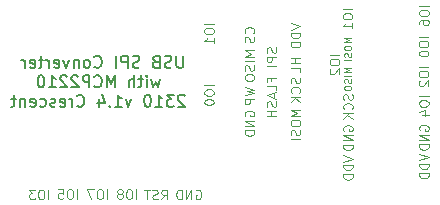
<source format=gbo>
G04 #@! TF.GenerationSoftware,KiCad,Pcbnew,(5.1.2)-1*
G04 #@! TF.CreationDate,2023-10-09T01:29:42+09:00*
G04 #@! TF.ProjectId,usc,7573632e-6b69-4636-9164-5f7063625858,v1.4*
G04 #@! TF.SameCoordinates,Original*
G04 #@! TF.FileFunction,Legend,Bot*
G04 #@! TF.FilePolarity,Positive*
%FSLAX46Y46*%
G04 Gerber Fmt 4.6, Leading zero omitted, Abs format (unit mm)*
G04 Created by KiCad (PCBNEW (5.1.2)-1) date 2023-10-09 01:29:42*
%MOMM*%
%LPD*%
G04 APERTURE LIST*
%ADD10C,0.120000*%
%ADD11C,0.150000*%
%ADD12O,1.702000X1.702000*%
%ADD13R,1.702000X1.702000*%
%ADD14O,1.802000X1.802000*%
%ADD15R,1.802000X1.802000*%
%ADD16C,3.302000*%
%ADD17C,0.752000*%
%ADD18O,2.202000X1.102000*%
%ADD19O,1.702000X1.102000*%
G04 APERTURE END LIST*
D10*
X175249523Y-121390000D02*
X175325714Y-121351904D01*
X175440000Y-121351904D01*
X175554285Y-121390000D01*
X175630476Y-121466190D01*
X175668571Y-121542380D01*
X175706666Y-121694761D01*
X175706666Y-121809047D01*
X175668571Y-121961428D01*
X175630476Y-122037619D01*
X175554285Y-122113809D01*
X175440000Y-122151904D01*
X175363809Y-122151904D01*
X175249523Y-122113809D01*
X175211428Y-122075714D01*
X175211428Y-121809047D01*
X175363809Y-121809047D01*
X174868571Y-122151904D02*
X174868571Y-121351904D01*
X174411428Y-122151904D01*
X174411428Y-121351904D01*
X174030476Y-122151904D02*
X174030476Y-121351904D01*
X173840000Y-121351904D01*
X173725714Y-121390000D01*
X173649523Y-121466190D01*
X173611428Y-121542380D01*
X173573333Y-121694761D01*
X173573333Y-121809047D01*
X173611428Y-121961428D01*
X173649523Y-122037619D01*
X173725714Y-122113809D01*
X173840000Y-122151904D01*
X174030476Y-122151904D01*
X172328095Y-122141904D02*
X172594761Y-121760952D01*
X172785238Y-122141904D02*
X172785238Y-121341904D01*
X172480476Y-121341904D01*
X172404285Y-121380000D01*
X172366190Y-121418095D01*
X172328095Y-121494285D01*
X172328095Y-121608571D01*
X172366190Y-121684761D01*
X172404285Y-121722857D01*
X172480476Y-121760952D01*
X172785238Y-121760952D01*
X172023333Y-122103809D02*
X171909047Y-122141904D01*
X171718571Y-122141904D01*
X171642380Y-122103809D01*
X171604285Y-122065714D01*
X171566190Y-121989523D01*
X171566190Y-121913333D01*
X171604285Y-121837142D01*
X171642380Y-121799047D01*
X171718571Y-121760952D01*
X171870952Y-121722857D01*
X171947142Y-121684761D01*
X171985238Y-121646666D01*
X172023333Y-121570476D01*
X172023333Y-121494285D01*
X171985238Y-121418095D01*
X171947142Y-121380000D01*
X171870952Y-121341904D01*
X171680476Y-121341904D01*
X171566190Y-121380000D01*
X171337619Y-121341904D02*
X170880476Y-121341904D01*
X171109047Y-122141904D02*
X171109047Y-121341904D01*
X170210000Y-122111904D02*
X170210000Y-121311904D01*
X169676666Y-121311904D02*
X169524285Y-121311904D01*
X169448095Y-121350000D01*
X169371904Y-121426190D01*
X169333809Y-121578571D01*
X169333809Y-121845238D01*
X169371904Y-121997619D01*
X169448095Y-122073809D01*
X169524285Y-122111904D01*
X169676666Y-122111904D01*
X169752857Y-122073809D01*
X169829047Y-121997619D01*
X169867142Y-121845238D01*
X169867142Y-121578571D01*
X169829047Y-121426190D01*
X169752857Y-121350000D01*
X169676666Y-121311904D01*
X168876666Y-121654761D02*
X168952857Y-121616666D01*
X168990952Y-121578571D01*
X169029047Y-121502380D01*
X169029047Y-121464285D01*
X168990952Y-121388095D01*
X168952857Y-121350000D01*
X168876666Y-121311904D01*
X168724285Y-121311904D01*
X168648095Y-121350000D01*
X168610000Y-121388095D01*
X168571904Y-121464285D01*
X168571904Y-121502380D01*
X168610000Y-121578571D01*
X168648095Y-121616666D01*
X168724285Y-121654761D01*
X168876666Y-121654761D01*
X168952857Y-121692857D01*
X168990952Y-121730952D01*
X169029047Y-121807142D01*
X169029047Y-121959523D01*
X168990952Y-122035714D01*
X168952857Y-122073809D01*
X168876666Y-122111904D01*
X168724285Y-122111904D01*
X168648095Y-122073809D01*
X168610000Y-122035714D01*
X168571904Y-121959523D01*
X168571904Y-121807142D01*
X168610000Y-121730952D01*
X168648095Y-121692857D01*
X168724285Y-121654761D01*
X167730000Y-122111904D02*
X167730000Y-121311904D01*
X167196666Y-121311904D02*
X167044285Y-121311904D01*
X166968095Y-121350000D01*
X166891904Y-121426190D01*
X166853809Y-121578571D01*
X166853809Y-121845238D01*
X166891904Y-121997619D01*
X166968095Y-122073809D01*
X167044285Y-122111904D01*
X167196666Y-122111904D01*
X167272857Y-122073809D01*
X167349047Y-121997619D01*
X167387142Y-121845238D01*
X167387142Y-121578571D01*
X167349047Y-121426190D01*
X167272857Y-121350000D01*
X167196666Y-121311904D01*
X166587142Y-121311904D02*
X166053809Y-121311904D01*
X166396666Y-122111904D01*
X165200000Y-122101904D02*
X165200000Y-121301904D01*
X164666666Y-121301904D02*
X164514285Y-121301904D01*
X164438095Y-121340000D01*
X164361904Y-121416190D01*
X164323809Y-121568571D01*
X164323809Y-121835238D01*
X164361904Y-121987619D01*
X164438095Y-122063809D01*
X164514285Y-122101904D01*
X164666666Y-122101904D01*
X164742857Y-122063809D01*
X164819047Y-121987619D01*
X164857142Y-121835238D01*
X164857142Y-121568571D01*
X164819047Y-121416190D01*
X164742857Y-121340000D01*
X164666666Y-121301904D01*
X163600000Y-121301904D02*
X163980952Y-121301904D01*
X164019047Y-121682857D01*
X163980952Y-121644761D01*
X163904761Y-121606666D01*
X163714285Y-121606666D01*
X163638095Y-121644761D01*
X163600000Y-121682857D01*
X163561904Y-121759047D01*
X163561904Y-121949523D01*
X163600000Y-122025714D01*
X163638095Y-122063809D01*
X163714285Y-122101904D01*
X163904761Y-122101904D01*
X163980952Y-122063809D01*
X164019047Y-122025714D01*
X162760000Y-122131904D02*
X162760000Y-121331904D01*
X162226666Y-121331904D02*
X162074285Y-121331904D01*
X161998095Y-121370000D01*
X161921904Y-121446190D01*
X161883809Y-121598571D01*
X161883809Y-121865238D01*
X161921904Y-122017619D01*
X161998095Y-122093809D01*
X162074285Y-122131904D01*
X162226666Y-122131904D01*
X162302857Y-122093809D01*
X162379047Y-122017619D01*
X162417142Y-121865238D01*
X162417142Y-121598571D01*
X162379047Y-121446190D01*
X162302857Y-121370000D01*
X162226666Y-121331904D01*
X161617142Y-121331904D02*
X161121904Y-121331904D01*
X161388571Y-121636666D01*
X161274285Y-121636666D01*
X161198095Y-121674761D01*
X161160000Y-121712857D01*
X161121904Y-121789047D01*
X161121904Y-121979523D01*
X161160000Y-122055714D01*
X161198095Y-122093809D01*
X161274285Y-122131904D01*
X161502857Y-122131904D01*
X161579047Y-122093809D01*
X161617142Y-122055714D01*
X194951904Y-105750000D02*
X194151904Y-105750000D01*
X194151904Y-106283333D02*
X194151904Y-106435714D01*
X194190000Y-106511904D01*
X194266190Y-106588095D01*
X194418571Y-106626190D01*
X194685238Y-106626190D01*
X194837619Y-106588095D01*
X194913809Y-106511904D01*
X194951904Y-106435714D01*
X194951904Y-106283333D01*
X194913809Y-106207142D01*
X194837619Y-106130952D01*
X194685238Y-106092857D01*
X194418571Y-106092857D01*
X194266190Y-106130952D01*
X194190000Y-106207142D01*
X194151904Y-106283333D01*
X194151904Y-107311904D02*
X194151904Y-107159523D01*
X194190000Y-107083333D01*
X194228095Y-107045238D01*
X194342380Y-106969047D01*
X194494761Y-106930952D01*
X194799523Y-106930952D01*
X194875714Y-106969047D01*
X194913809Y-107007142D01*
X194951904Y-107083333D01*
X194951904Y-107235714D01*
X194913809Y-107311904D01*
X194875714Y-107350000D01*
X194799523Y-107388095D01*
X194609047Y-107388095D01*
X194532857Y-107350000D01*
X194494761Y-107311904D01*
X194456666Y-107235714D01*
X194456666Y-107083333D01*
X194494761Y-107007142D01*
X194532857Y-106969047D01*
X194609047Y-106930952D01*
X194931904Y-108400000D02*
X194131904Y-108400000D01*
X194131904Y-108933333D02*
X194131904Y-109085714D01*
X194170000Y-109161904D01*
X194246190Y-109238095D01*
X194398571Y-109276190D01*
X194665238Y-109276190D01*
X194817619Y-109238095D01*
X194893809Y-109161904D01*
X194931904Y-109085714D01*
X194931904Y-108933333D01*
X194893809Y-108857142D01*
X194817619Y-108780952D01*
X194665238Y-108742857D01*
X194398571Y-108742857D01*
X194246190Y-108780952D01*
X194170000Y-108857142D01*
X194131904Y-108933333D01*
X194131904Y-109771428D02*
X194131904Y-109847619D01*
X194170000Y-109923809D01*
X194208095Y-109961904D01*
X194284285Y-110000000D01*
X194436666Y-110038095D01*
X194627142Y-110038095D01*
X194779523Y-110000000D01*
X194855714Y-109961904D01*
X194893809Y-109923809D01*
X194931904Y-109847619D01*
X194931904Y-109771428D01*
X194893809Y-109695238D01*
X194855714Y-109657142D01*
X194779523Y-109619047D01*
X194627142Y-109580952D01*
X194436666Y-109580952D01*
X194284285Y-109619047D01*
X194208095Y-109657142D01*
X194170000Y-109695238D01*
X194131904Y-109771428D01*
X194921904Y-110920000D02*
X194121904Y-110920000D01*
X194121904Y-111453333D02*
X194121904Y-111605714D01*
X194160000Y-111681904D01*
X194236190Y-111758095D01*
X194388571Y-111796190D01*
X194655238Y-111796190D01*
X194807619Y-111758095D01*
X194883809Y-111681904D01*
X194921904Y-111605714D01*
X194921904Y-111453333D01*
X194883809Y-111377142D01*
X194807619Y-111300952D01*
X194655238Y-111262857D01*
X194388571Y-111262857D01*
X194236190Y-111300952D01*
X194160000Y-111377142D01*
X194121904Y-111453333D01*
X194198095Y-112100952D02*
X194160000Y-112139047D01*
X194121904Y-112215238D01*
X194121904Y-112405714D01*
X194160000Y-112481904D01*
X194198095Y-112520000D01*
X194274285Y-112558095D01*
X194350476Y-112558095D01*
X194464761Y-112520000D01*
X194921904Y-112062857D01*
X194921904Y-112558095D01*
X194941904Y-113410000D02*
X194141904Y-113410000D01*
X194141904Y-113943333D02*
X194141904Y-114095714D01*
X194180000Y-114171904D01*
X194256190Y-114248095D01*
X194408571Y-114286190D01*
X194675238Y-114286190D01*
X194827619Y-114248095D01*
X194903809Y-114171904D01*
X194941904Y-114095714D01*
X194941904Y-113943333D01*
X194903809Y-113867142D01*
X194827619Y-113790952D01*
X194675238Y-113752857D01*
X194408571Y-113752857D01*
X194256190Y-113790952D01*
X194180000Y-113867142D01*
X194141904Y-113943333D01*
X194408571Y-114971904D02*
X194941904Y-114971904D01*
X194103809Y-114781428D02*
X194675238Y-114590952D01*
X194675238Y-115086190D01*
X194180000Y-116280476D02*
X194141904Y-116204285D01*
X194141904Y-116090000D01*
X194180000Y-115975714D01*
X194256190Y-115899523D01*
X194332380Y-115861428D01*
X194484761Y-115823333D01*
X194599047Y-115823333D01*
X194751428Y-115861428D01*
X194827619Y-115899523D01*
X194903809Y-115975714D01*
X194941904Y-116090000D01*
X194941904Y-116166190D01*
X194903809Y-116280476D01*
X194865714Y-116318571D01*
X194599047Y-116318571D01*
X194599047Y-116166190D01*
X194941904Y-116661428D02*
X194141904Y-116661428D01*
X194941904Y-117118571D01*
X194141904Y-117118571D01*
X194941904Y-117499523D02*
X194141904Y-117499523D01*
X194141904Y-117690000D01*
X194180000Y-117804285D01*
X194256190Y-117880476D01*
X194332380Y-117918571D01*
X194484761Y-117956666D01*
X194599047Y-117956666D01*
X194751428Y-117918571D01*
X194827619Y-117880476D01*
X194903809Y-117804285D01*
X194941904Y-117690000D01*
X194941904Y-117499523D01*
X194161904Y-118323333D02*
X194961904Y-118590000D01*
X194161904Y-118856666D01*
X194961904Y-119123333D02*
X194161904Y-119123333D01*
X194161904Y-119313809D01*
X194200000Y-119428095D01*
X194276190Y-119504285D01*
X194352380Y-119542380D01*
X194504761Y-119580476D01*
X194619047Y-119580476D01*
X194771428Y-119542380D01*
X194847619Y-119504285D01*
X194923809Y-119428095D01*
X194961904Y-119313809D01*
X194961904Y-119123333D01*
X194961904Y-119923333D02*
X194161904Y-119923333D01*
X194161904Y-120113809D01*
X194200000Y-120228095D01*
X194276190Y-120304285D01*
X194352380Y-120342380D01*
X194504761Y-120380476D01*
X194619047Y-120380476D01*
X194771428Y-120342380D01*
X194847619Y-120304285D01*
X194923809Y-120228095D01*
X194961904Y-120113809D01*
X194961904Y-119923333D01*
X187721904Y-118423333D02*
X188521904Y-118690000D01*
X187721904Y-118956666D01*
X188521904Y-119223333D02*
X187721904Y-119223333D01*
X187721904Y-119413809D01*
X187760000Y-119528095D01*
X187836190Y-119604285D01*
X187912380Y-119642380D01*
X188064761Y-119680476D01*
X188179047Y-119680476D01*
X188331428Y-119642380D01*
X188407619Y-119604285D01*
X188483809Y-119528095D01*
X188521904Y-119413809D01*
X188521904Y-119223333D01*
X188521904Y-120023333D02*
X187721904Y-120023333D01*
X187721904Y-120213809D01*
X187760000Y-120328095D01*
X187836190Y-120404285D01*
X187912380Y-120442380D01*
X188064761Y-120480476D01*
X188179047Y-120480476D01*
X188331428Y-120442380D01*
X188407619Y-120404285D01*
X188483809Y-120328095D01*
X188521904Y-120213809D01*
X188521904Y-120023333D01*
X187760000Y-116320476D02*
X187721904Y-116244285D01*
X187721904Y-116130000D01*
X187760000Y-116015714D01*
X187836190Y-115939523D01*
X187912380Y-115901428D01*
X188064761Y-115863333D01*
X188179047Y-115863333D01*
X188331428Y-115901428D01*
X188407619Y-115939523D01*
X188483809Y-116015714D01*
X188521904Y-116130000D01*
X188521904Y-116206190D01*
X188483809Y-116320476D01*
X188445714Y-116358571D01*
X188179047Y-116358571D01*
X188179047Y-116206190D01*
X188521904Y-116701428D02*
X187721904Y-116701428D01*
X188521904Y-117158571D01*
X187721904Y-117158571D01*
X188521904Y-117539523D02*
X187721904Y-117539523D01*
X187721904Y-117730000D01*
X187760000Y-117844285D01*
X187836190Y-117920476D01*
X187912380Y-117958571D01*
X188064761Y-117996666D01*
X188179047Y-117996666D01*
X188331428Y-117958571D01*
X188407619Y-117920476D01*
X188483809Y-117844285D01*
X188521904Y-117730000D01*
X188521904Y-117539523D01*
X188483809Y-113251428D02*
X188521904Y-113365714D01*
X188521904Y-113556190D01*
X188483809Y-113632380D01*
X188445714Y-113670476D01*
X188369523Y-113708571D01*
X188293333Y-113708571D01*
X188217142Y-113670476D01*
X188179047Y-113632380D01*
X188140952Y-113556190D01*
X188102857Y-113403809D01*
X188064761Y-113327619D01*
X188026666Y-113289523D01*
X187950476Y-113251428D01*
X187874285Y-113251428D01*
X187798095Y-113289523D01*
X187760000Y-113327619D01*
X187721904Y-113403809D01*
X187721904Y-113594285D01*
X187760000Y-113708571D01*
X188445714Y-114508571D02*
X188483809Y-114470476D01*
X188521904Y-114356190D01*
X188521904Y-114280000D01*
X188483809Y-114165714D01*
X188407619Y-114089523D01*
X188331428Y-114051428D01*
X188179047Y-114013333D01*
X188064761Y-114013333D01*
X187912380Y-114051428D01*
X187836190Y-114089523D01*
X187760000Y-114165714D01*
X187721904Y-114280000D01*
X187721904Y-114356190D01*
X187760000Y-114470476D01*
X187798095Y-114508571D01*
X188521904Y-114851428D02*
X187721904Y-114851428D01*
X188521904Y-115308571D02*
X188064761Y-114965714D01*
X187721904Y-115308571D02*
X188179047Y-114851428D01*
X188411428Y-110997142D02*
X187811428Y-110997142D01*
X188240000Y-111197142D01*
X187811428Y-111397142D01*
X188411428Y-111397142D01*
X188411428Y-111682857D02*
X187811428Y-111682857D01*
X188382857Y-111940000D02*
X188411428Y-112025714D01*
X188411428Y-112168571D01*
X188382857Y-112225714D01*
X188354285Y-112254285D01*
X188297142Y-112282857D01*
X188240000Y-112282857D01*
X188182857Y-112254285D01*
X188154285Y-112225714D01*
X188125714Y-112168571D01*
X188097142Y-112054285D01*
X188068571Y-111997142D01*
X188040000Y-111968571D01*
X187982857Y-111940000D01*
X187925714Y-111940000D01*
X187868571Y-111968571D01*
X187840000Y-111997142D01*
X187811428Y-112054285D01*
X187811428Y-112197142D01*
X187840000Y-112282857D01*
X187811428Y-112654285D02*
X187811428Y-112768571D01*
X187840000Y-112825714D01*
X187897142Y-112882857D01*
X188011428Y-112911428D01*
X188211428Y-112911428D01*
X188325714Y-112882857D01*
X188382857Y-112825714D01*
X188411428Y-112768571D01*
X188411428Y-112654285D01*
X188382857Y-112597142D01*
X188325714Y-112540000D01*
X188211428Y-112511428D01*
X188011428Y-112511428D01*
X187897142Y-112540000D01*
X187840000Y-112597142D01*
X187811428Y-112654285D01*
X188411428Y-108467142D02*
X187811428Y-108467142D01*
X188240000Y-108667142D01*
X187811428Y-108867142D01*
X188411428Y-108867142D01*
X187811428Y-109267142D02*
X187811428Y-109381428D01*
X187840000Y-109438571D01*
X187897142Y-109495714D01*
X188011428Y-109524285D01*
X188211428Y-109524285D01*
X188325714Y-109495714D01*
X188382857Y-109438571D01*
X188411428Y-109381428D01*
X188411428Y-109267142D01*
X188382857Y-109210000D01*
X188325714Y-109152857D01*
X188211428Y-109124285D01*
X188011428Y-109124285D01*
X187897142Y-109152857D01*
X187840000Y-109210000D01*
X187811428Y-109267142D01*
X188382857Y-109752857D02*
X188411428Y-109838571D01*
X188411428Y-109981428D01*
X188382857Y-110038571D01*
X188354285Y-110067142D01*
X188297142Y-110095714D01*
X188240000Y-110095714D01*
X188182857Y-110067142D01*
X188154285Y-110038571D01*
X188125714Y-109981428D01*
X188097142Y-109867142D01*
X188068571Y-109810000D01*
X188040000Y-109781428D01*
X187982857Y-109752857D01*
X187925714Y-109752857D01*
X187868571Y-109781428D01*
X187840000Y-109810000D01*
X187811428Y-109867142D01*
X187811428Y-110010000D01*
X187840000Y-110095714D01*
X188411428Y-110352857D02*
X187811428Y-110352857D01*
X188481904Y-106040000D02*
X187681904Y-106040000D01*
X187681904Y-106573333D02*
X187681904Y-106725714D01*
X187720000Y-106801904D01*
X187796190Y-106878095D01*
X187948571Y-106916190D01*
X188215238Y-106916190D01*
X188367619Y-106878095D01*
X188443809Y-106801904D01*
X188481904Y-106725714D01*
X188481904Y-106573333D01*
X188443809Y-106497142D01*
X188367619Y-106420952D01*
X188215238Y-106382857D01*
X187948571Y-106382857D01*
X187796190Y-106420952D01*
X187720000Y-106497142D01*
X187681904Y-106573333D01*
X188481904Y-107678095D02*
X188481904Y-107220952D01*
X188481904Y-107449523D02*
X187681904Y-107449523D01*
X187796190Y-107373333D01*
X187872380Y-107297142D01*
X187910476Y-107220952D01*
X187361904Y-109900000D02*
X186561904Y-109900000D01*
X186561904Y-110433333D02*
X186561904Y-110585714D01*
X186600000Y-110661904D01*
X186676190Y-110738095D01*
X186828571Y-110776190D01*
X187095238Y-110776190D01*
X187247619Y-110738095D01*
X187323809Y-110661904D01*
X187361904Y-110585714D01*
X187361904Y-110433333D01*
X187323809Y-110357142D01*
X187247619Y-110280952D01*
X187095238Y-110242857D01*
X186828571Y-110242857D01*
X186676190Y-110280952D01*
X186600000Y-110357142D01*
X186561904Y-110433333D01*
X186638095Y-111080952D02*
X186600000Y-111119047D01*
X186561904Y-111195238D01*
X186561904Y-111385714D01*
X186600000Y-111461904D01*
X186638095Y-111500000D01*
X186714285Y-111538095D01*
X186790476Y-111538095D01*
X186904761Y-111500000D01*
X187361904Y-111042857D01*
X187361904Y-111538095D01*
X183261904Y-107233333D02*
X184061904Y-107500000D01*
X183261904Y-107766666D01*
X184061904Y-108033333D02*
X183261904Y-108033333D01*
X183261904Y-108223809D01*
X183300000Y-108338095D01*
X183376190Y-108414285D01*
X183452380Y-108452380D01*
X183604761Y-108490476D01*
X183719047Y-108490476D01*
X183871428Y-108452380D01*
X183947619Y-108414285D01*
X184023809Y-108338095D01*
X184061904Y-108223809D01*
X184061904Y-108033333D01*
X184061904Y-108833333D02*
X183261904Y-108833333D01*
X183261904Y-109023809D01*
X183300000Y-109138095D01*
X183376190Y-109214285D01*
X183452380Y-109252380D01*
X183604761Y-109290476D01*
X183719047Y-109290476D01*
X183871428Y-109252380D01*
X183947619Y-109214285D01*
X184023809Y-109138095D01*
X184061904Y-109023809D01*
X184061904Y-108833333D01*
X184061904Y-110147619D02*
X183261904Y-110147619D01*
X183642857Y-110147619D02*
X183642857Y-110604761D01*
X184061904Y-110604761D02*
X183261904Y-110604761D01*
X184061904Y-111366666D02*
X184061904Y-110985714D01*
X183261904Y-110985714D01*
X184023809Y-111871428D02*
X184061904Y-111985714D01*
X184061904Y-112176190D01*
X184023809Y-112252380D01*
X183985714Y-112290476D01*
X183909523Y-112328571D01*
X183833333Y-112328571D01*
X183757142Y-112290476D01*
X183719047Y-112252380D01*
X183680952Y-112176190D01*
X183642857Y-112023809D01*
X183604761Y-111947619D01*
X183566666Y-111909523D01*
X183490476Y-111871428D01*
X183414285Y-111871428D01*
X183338095Y-111909523D01*
X183300000Y-111947619D01*
X183261904Y-112023809D01*
X183261904Y-112214285D01*
X183300000Y-112328571D01*
X183985714Y-113128571D02*
X184023809Y-113090476D01*
X184061904Y-112976190D01*
X184061904Y-112900000D01*
X184023809Y-112785714D01*
X183947619Y-112709523D01*
X183871428Y-112671428D01*
X183719047Y-112633333D01*
X183604761Y-112633333D01*
X183452380Y-112671428D01*
X183376190Y-112709523D01*
X183300000Y-112785714D01*
X183261904Y-112900000D01*
X183261904Y-112976190D01*
X183300000Y-113090476D01*
X183338095Y-113128571D01*
X184061904Y-113471428D02*
X183261904Y-113471428D01*
X184061904Y-113928571D02*
X183604761Y-113585714D01*
X183261904Y-113928571D02*
X183719047Y-113471428D01*
X184061904Y-114542857D02*
X183261904Y-114542857D01*
X183833333Y-114809523D01*
X183261904Y-115076190D01*
X184061904Y-115076190D01*
X183261904Y-115609523D02*
X183261904Y-115761904D01*
X183300000Y-115838095D01*
X183376190Y-115914285D01*
X183528571Y-115952380D01*
X183795238Y-115952380D01*
X183947619Y-115914285D01*
X184023809Y-115838095D01*
X184061904Y-115761904D01*
X184061904Y-115609523D01*
X184023809Y-115533333D01*
X183947619Y-115457142D01*
X183795238Y-115419047D01*
X183528571Y-115419047D01*
X183376190Y-115457142D01*
X183300000Y-115533333D01*
X183261904Y-115609523D01*
X184023809Y-116257142D02*
X184061904Y-116371428D01*
X184061904Y-116561904D01*
X184023809Y-116638095D01*
X183985714Y-116676190D01*
X183909523Y-116714285D01*
X183833333Y-116714285D01*
X183757142Y-116676190D01*
X183719047Y-116638095D01*
X183680952Y-116561904D01*
X183642857Y-116409523D01*
X183604761Y-116333333D01*
X183566666Y-116295238D01*
X183490476Y-116257142D01*
X183414285Y-116257142D01*
X183338095Y-116295238D01*
X183300000Y-116333333D01*
X183261904Y-116409523D01*
X183261904Y-116600000D01*
X183300000Y-116714285D01*
X184061904Y-117057142D02*
X183261904Y-117057142D01*
X179400000Y-115090476D02*
X179361904Y-115014285D01*
X179361904Y-114900000D01*
X179400000Y-114785714D01*
X179476190Y-114709523D01*
X179552380Y-114671428D01*
X179704761Y-114633333D01*
X179819047Y-114633333D01*
X179971428Y-114671428D01*
X180047619Y-114709523D01*
X180123809Y-114785714D01*
X180161904Y-114900000D01*
X180161904Y-114976190D01*
X180123809Y-115090476D01*
X180085714Y-115128571D01*
X179819047Y-115128571D01*
X179819047Y-114976190D01*
X180161904Y-115471428D02*
X179361904Y-115471428D01*
X180161904Y-115928571D01*
X179361904Y-115928571D01*
X180161904Y-116309523D02*
X179361904Y-116309523D01*
X179361904Y-116500000D01*
X179400000Y-116614285D01*
X179476190Y-116690476D01*
X179552380Y-116728571D01*
X179704761Y-116766666D01*
X179819047Y-116766666D01*
X179971428Y-116728571D01*
X180047619Y-116690476D01*
X180123809Y-116614285D01*
X180161904Y-116500000D01*
X180161904Y-116309523D01*
X179361904Y-112657142D02*
X180161904Y-112847619D01*
X179590476Y-113000000D01*
X180161904Y-113152380D01*
X179361904Y-113342857D01*
X180161904Y-113647619D02*
X179361904Y-113647619D01*
X179361904Y-113952380D01*
X179400000Y-114028571D01*
X179438095Y-114066666D01*
X179514285Y-114104761D01*
X179628571Y-114104761D01*
X179704761Y-114066666D01*
X179742857Y-114028571D01*
X179780952Y-113952380D01*
X179780952Y-113647619D01*
X176761904Y-112500000D02*
X175961904Y-112500000D01*
X175961904Y-113033333D02*
X175961904Y-113185714D01*
X176000000Y-113261904D01*
X176076190Y-113338095D01*
X176228571Y-113376190D01*
X176495238Y-113376190D01*
X176647619Y-113338095D01*
X176723809Y-113261904D01*
X176761904Y-113185714D01*
X176761904Y-113033333D01*
X176723809Y-112957142D01*
X176647619Y-112880952D01*
X176495238Y-112842857D01*
X176228571Y-112842857D01*
X176076190Y-112880952D01*
X176000000Y-112957142D01*
X175961904Y-113033333D01*
X175961904Y-113871428D02*
X175961904Y-113947619D01*
X176000000Y-114023809D01*
X176038095Y-114061904D01*
X176114285Y-114100000D01*
X176266666Y-114138095D01*
X176457142Y-114138095D01*
X176609523Y-114100000D01*
X176685714Y-114061904D01*
X176723809Y-114023809D01*
X176761904Y-113947619D01*
X176761904Y-113871428D01*
X176723809Y-113795238D01*
X176685714Y-113757142D01*
X176609523Y-113719047D01*
X176457142Y-113680952D01*
X176266666Y-113680952D01*
X176114285Y-113719047D01*
X176038095Y-113757142D01*
X176000000Y-113795238D01*
X175961904Y-113871428D01*
X176761904Y-107300000D02*
X175961904Y-107300000D01*
X175961904Y-107833333D02*
X175961904Y-107985714D01*
X176000000Y-108061904D01*
X176076190Y-108138095D01*
X176228571Y-108176190D01*
X176495238Y-108176190D01*
X176647619Y-108138095D01*
X176723809Y-108061904D01*
X176761904Y-107985714D01*
X176761904Y-107833333D01*
X176723809Y-107757142D01*
X176647619Y-107680952D01*
X176495238Y-107642857D01*
X176228571Y-107642857D01*
X176076190Y-107680952D01*
X176000000Y-107757142D01*
X175961904Y-107833333D01*
X176761904Y-108938095D02*
X176761904Y-108480952D01*
X176761904Y-108709523D02*
X175961904Y-108709523D01*
X176076190Y-108633333D01*
X176152380Y-108557142D01*
X176190476Y-108480952D01*
X180161904Y-109542857D02*
X179361904Y-109542857D01*
X179933333Y-109809523D01*
X179361904Y-110076190D01*
X180161904Y-110076190D01*
X180161904Y-110457142D02*
X179361904Y-110457142D01*
X180123809Y-110800000D02*
X180161904Y-110914285D01*
X180161904Y-111104761D01*
X180123809Y-111180952D01*
X180085714Y-111219047D01*
X180009523Y-111257142D01*
X179933333Y-111257142D01*
X179857142Y-111219047D01*
X179819047Y-111180952D01*
X179780952Y-111104761D01*
X179742857Y-110952380D01*
X179704761Y-110876190D01*
X179666666Y-110838095D01*
X179590476Y-110800000D01*
X179514285Y-110800000D01*
X179438095Y-110838095D01*
X179400000Y-110876190D01*
X179361904Y-110952380D01*
X179361904Y-111142857D01*
X179400000Y-111257142D01*
X179361904Y-111752380D02*
X179361904Y-111904761D01*
X179400000Y-111980952D01*
X179476190Y-112057142D01*
X179628571Y-112095238D01*
X179895238Y-112095238D01*
X180047619Y-112057142D01*
X180123809Y-111980952D01*
X180161904Y-111904761D01*
X180161904Y-111752380D01*
X180123809Y-111676190D01*
X180047619Y-111600000D01*
X179895238Y-111561904D01*
X179628571Y-111561904D01*
X179476190Y-111600000D01*
X179400000Y-111676190D01*
X179361904Y-111752380D01*
X180085714Y-108066666D02*
X180123809Y-108028571D01*
X180161904Y-107914285D01*
X180161904Y-107838095D01*
X180123809Y-107723809D01*
X180047619Y-107647619D01*
X179971428Y-107609523D01*
X179819047Y-107571428D01*
X179704761Y-107571428D01*
X179552380Y-107609523D01*
X179476190Y-107647619D01*
X179400000Y-107723809D01*
X179361904Y-107838095D01*
X179361904Y-107914285D01*
X179400000Y-108028571D01*
X179438095Y-108066666D01*
X180123809Y-108371428D02*
X180161904Y-108485714D01*
X180161904Y-108676190D01*
X180123809Y-108752380D01*
X180085714Y-108790476D01*
X180009523Y-108828571D01*
X179933333Y-108828571D01*
X179857142Y-108790476D01*
X179819047Y-108752380D01*
X179780952Y-108676190D01*
X179742857Y-108523809D01*
X179704761Y-108447619D01*
X179666666Y-108409523D01*
X179590476Y-108371428D01*
X179514285Y-108371428D01*
X179438095Y-108409523D01*
X179400000Y-108447619D01*
X179361904Y-108523809D01*
X179361904Y-108714285D01*
X179400000Y-108828571D01*
X182023809Y-109266666D02*
X182061904Y-109380952D01*
X182061904Y-109571428D01*
X182023809Y-109647619D01*
X181985714Y-109685714D01*
X181909523Y-109723809D01*
X181833333Y-109723809D01*
X181757142Y-109685714D01*
X181719047Y-109647619D01*
X181680952Y-109571428D01*
X181642857Y-109419047D01*
X181604761Y-109342857D01*
X181566666Y-109304761D01*
X181490476Y-109266666D01*
X181414285Y-109266666D01*
X181338095Y-109304761D01*
X181300000Y-109342857D01*
X181261904Y-109419047D01*
X181261904Y-109609523D01*
X181300000Y-109723809D01*
X182061904Y-110066666D02*
X181261904Y-110066666D01*
X181261904Y-110371428D01*
X181300000Y-110447619D01*
X181338095Y-110485714D01*
X181414285Y-110523809D01*
X181528571Y-110523809D01*
X181604761Y-110485714D01*
X181642857Y-110447619D01*
X181680952Y-110371428D01*
X181680952Y-110066666D01*
X182061904Y-110866666D02*
X181261904Y-110866666D01*
X181642857Y-112123809D02*
X181642857Y-111857142D01*
X182061904Y-111857142D02*
X181261904Y-111857142D01*
X181261904Y-112238095D01*
X182061904Y-112923809D02*
X182061904Y-112542857D01*
X181261904Y-112542857D01*
X181833333Y-113152380D02*
X181833333Y-113533333D01*
X182061904Y-113076190D02*
X181261904Y-113342857D01*
X182061904Y-113609523D01*
X182023809Y-113838095D02*
X182061904Y-113952380D01*
X182061904Y-114142857D01*
X182023809Y-114219047D01*
X181985714Y-114257142D01*
X181909523Y-114295238D01*
X181833333Y-114295238D01*
X181757142Y-114257142D01*
X181719047Y-114219047D01*
X181680952Y-114142857D01*
X181642857Y-113990476D01*
X181604761Y-113914285D01*
X181566666Y-113876190D01*
X181490476Y-113838095D01*
X181414285Y-113838095D01*
X181338095Y-113876190D01*
X181300000Y-113914285D01*
X181261904Y-113990476D01*
X181261904Y-114180952D01*
X181300000Y-114295238D01*
X182061904Y-114638095D02*
X181261904Y-114638095D01*
X181642857Y-114638095D02*
X181642857Y-115095238D01*
X182061904Y-115095238D02*
X181261904Y-115095238D01*
D11*
X174166666Y-110002380D02*
X174166666Y-110811904D01*
X174119047Y-110907142D01*
X174071428Y-110954761D01*
X173976190Y-111002380D01*
X173785714Y-111002380D01*
X173690476Y-110954761D01*
X173642857Y-110907142D01*
X173595238Y-110811904D01*
X173595238Y-110002380D01*
X173166666Y-110954761D02*
X173023809Y-111002380D01*
X172785714Y-111002380D01*
X172690476Y-110954761D01*
X172642857Y-110907142D01*
X172595238Y-110811904D01*
X172595238Y-110716666D01*
X172642857Y-110621428D01*
X172690476Y-110573809D01*
X172785714Y-110526190D01*
X172976190Y-110478571D01*
X173071428Y-110430952D01*
X173119047Y-110383333D01*
X173166666Y-110288095D01*
X173166666Y-110192857D01*
X173119047Y-110097619D01*
X173071428Y-110050000D01*
X172976190Y-110002380D01*
X172738095Y-110002380D01*
X172595238Y-110050000D01*
X171833333Y-110478571D02*
X171690476Y-110526190D01*
X171642857Y-110573809D01*
X171595238Y-110669047D01*
X171595238Y-110811904D01*
X171642857Y-110907142D01*
X171690476Y-110954761D01*
X171785714Y-111002380D01*
X172166666Y-111002380D01*
X172166666Y-110002380D01*
X171833333Y-110002380D01*
X171738095Y-110050000D01*
X171690476Y-110097619D01*
X171642857Y-110192857D01*
X171642857Y-110288095D01*
X171690476Y-110383333D01*
X171738095Y-110430952D01*
X171833333Y-110478571D01*
X172166666Y-110478571D01*
X170452380Y-110954761D02*
X170309523Y-111002380D01*
X170071428Y-111002380D01*
X169976190Y-110954761D01*
X169928571Y-110907142D01*
X169880952Y-110811904D01*
X169880952Y-110716666D01*
X169928571Y-110621428D01*
X169976190Y-110573809D01*
X170071428Y-110526190D01*
X170261904Y-110478571D01*
X170357142Y-110430952D01*
X170404761Y-110383333D01*
X170452380Y-110288095D01*
X170452380Y-110192857D01*
X170404761Y-110097619D01*
X170357142Y-110050000D01*
X170261904Y-110002380D01*
X170023809Y-110002380D01*
X169880952Y-110050000D01*
X169452380Y-111002380D02*
X169452380Y-110002380D01*
X169071428Y-110002380D01*
X168976190Y-110050000D01*
X168928571Y-110097619D01*
X168880952Y-110192857D01*
X168880952Y-110335714D01*
X168928571Y-110430952D01*
X168976190Y-110478571D01*
X169071428Y-110526190D01*
X169452380Y-110526190D01*
X168452380Y-111002380D02*
X168452380Y-110002380D01*
X166642857Y-110907142D02*
X166690476Y-110954761D01*
X166833333Y-111002380D01*
X166928571Y-111002380D01*
X167071428Y-110954761D01*
X167166666Y-110859523D01*
X167214285Y-110764285D01*
X167261904Y-110573809D01*
X167261904Y-110430952D01*
X167214285Y-110240476D01*
X167166666Y-110145238D01*
X167071428Y-110050000D01*
X166928571Y-110002380D01*
X166833333Y-110002380D01*
X166690476Y-110050000D01*
X166642857Y-110097619D01*
X166071428Y-111002380D02*
X166166666Y-110954761D01*
X166214285Y-110907142D01*
X166261904Y-110811904D01*
X166261904Y-110526190D01*
X166214285Y-110430952D01*
X166166666Y-110383333D01*
X166071428Y-110335714D01*
X165928571Y-110335714D01*
X165833333Y-110383333D01*
X165785714Y-110430952D01*
X165738095Y-110526190D01*
X165738095Y-110811904D01*
X165785714Y-110907142D01*
X165833333Y-110954761D01*
X165928571Y-111002380D01*
X166071428Y-111002380D01*
X165309523Y-110335714D02*
X165309523Y-111002380D01*
X165309523Y-110430952D02*
X165261904Y-110383333D01*
X165166666Y-110335714D01*
X165023809Y-110335714D01*
X164928571Y-110383333D01*
X164880952Y-110478571D01*
X164880952Y-111002380D01*
X164500000Y-110335714D02*
X164261904Y-111002380D01*
X164023809Y-110335714D01*
X163261904Y-110954761D02*
X163357142Y-111002380D01*
X163547619Y-111002380D01*
X163642857Y-110954761D01*
X163690476Y-110859523D01*
X163690476Y-110478571D01*
X163642857Y-110383333D01*
X163547619Y-110335714D01*
X163357142Y-110335714D01*
X163261904Y-110383333D01*
X163214285Y-110478571D01*
X163214285Y-110573809D01*
X163690476Y-110669047D01*
X162785714Y-111002380D02*
X162785714Y-110335714D01*
X162785714Y-110526190D02*
X162738095Y-110430952D01*
X162690476Y-110383333D01*
X162595238Y-110335714D01*
X162500000Y-110335714D01*
X162309523Y-110335714D02*
X161928571Y-110335714D01*
X162166666Y-110002380D02*
X162166666Y-110859523D01*
X162119047Y-110954761D01*
X162023809Y-111002380D01*
X161928571Y-111002380D01*
X161214285Y-110954761D02*
X161309523Y-111002380D01*
X161500000Y-111002380D01*
X161595238Y-110954761D01*
X161642857Y-110859523D01*
X161642857Y-110478571D01*
X161595238Y-110383333D01*
X161500000Y-110335714D01*
X161309523Y-110335714D01*
X161214285Y-110383333D01*
X161166666Y-110478571D01*
X161166666Y-110573809D01*
X161642857Y-110669047D01*
X160738095Y-111002380D02*
X160738095Y-110335714D01*
X160738095Y-110526190D02*
X160690476Y-110430952D01*
X160642857Y-110383333D01*
X160547619Y-110335714D01*
X160452380Y-110335714D01*
X172214285Y-111985714D02*
X172023809Y-112652380D01*
X171833333Y-112176190D01*
X171642857Y-112652380D01*
X171452380Y-111985714D01*
X171071428Y-112652380D02*
X171071428Y-111985714D01*
X171071428Y-111652380D02*
X171119047Y-111700000D01*
X171071428Y-111747619D01*
X171023809Y-111700000D01*
X171071428Y-111652380D01*
X171071428Y-111747619D01*
X170738095Y-111985714D02*
X170357142Y-111985714D01*
X170595238Y-111652380D02*
X170595238Y-112509523D01*
X170547619Y-112604761D01*
X170452380Y-112652380D01*
X170357142Y-112652380D01*
X170023809Y-112652380D02*
X170023809Y-111652380D01*
X169595238Y-112652380D02*
X169595238Y-112128571D01*
X169642857Y-112033333D01*
X169738095Y-111985714D01*
X169880952Y-111985714D01*
X169976190Y-112033333D01*
X170023809Y-112080952D01*
X168357142Y-112652380D02*
X168357142Y-111652380D01*
X168023809Y-112366666D01*
X167690476Y-111652380D01*
X167690476Y-112652380D01*
X166642857Y-112557142D02*
X166690476Y-112604761D01*
X166833333Y-112652380D01*
X166928571Y-112652380D01*
X167071428Y-112604761D01*
X167166666Y-112509523D01*
X167214285Y-112414285D01*
X167261904Y-112223809D01*
X167261904Y-112080952D01*
X167214285Y-111890476D01*
X167166666Y-111795238D01*
X167071428Y-111700000D01*
X166928571Y-111652380D01*
X166833333Y-111652380D01*
X166690476Y-111700000D01*
X166642857Y-111747619D01*
X166214285Y-112652380D02*
X166214285Y-111652380D01*
X165833333Y-111652380D01*
X165738095Y-111700000D01*
X165690476Y-111747619D01*
X165642857Y-111842857D01*
X165642857Y-111985714D01*
X165690476Y-112080952D01*
X165738095Y-112128571D01*
X165833333Y-112176190D01*
X166214285Y-112176190D01*
X165261904Y-111747619D02*
X165214285Y-111700000D01*
X165119047Y-111652380D01*
X164880952Y-111652380D01*
X164785714Y-111700000D01*
X164738095Y-111747619D01*
X164690476Y-111842857D01*
X164690476Y-111938095D01*
X164738095Y-112080952D01*
X165309523Y-112652380D01*
X164690476Y-112652380D01*
X164309523Y-111747619D02*
X164261904Y-111700000D01*
X164166666Y-111652380D01*
X163928571Y-111652380D01*
X163833333Y-111700000D01*
X163785714Y-111747619D01*
X163738095Y-111842857D01*
X163738095Y-111938095D01*
X163785714Y-112080952D01*
X164357142Y-112652380D01*
X163738095Y-112652380D01*
X162785714Y-112652380D02*
X163357142Y-112652380D01*
X163071428Y-112652380D02*
X163071428Y-111652380D01*
X163166666Y-111795238D01*
X163261904Y-111890476D01*
X163357142Y-111938095D01*
X162166666Y-111652380D02*
X162071428Y-111652380D01*
X161976190Y-111700000D01*
X161928571Y-111747619D01*
X161880952Y-111842857D01*
X161833333Y-112033333D01*
X161833333Y-112271428D01*
X161880952Y-112461904D01*
X161928571Y-112557142D01*
X161976190Y-112604761D01*
X162071428Y-112652380D01*
X162166666Y-112652380D01*
X162261904Y-112604761D01*
X162309523Y-112557142D01*
X162357142Y-112461904D01*
X162404761Y-112271428D01*
X162404761Y-112033333D01*
X162357142Y-111842857D01*
X162309523Y-111747619D01*
X162261904Y-111700000D01*
X162166666Y-111652380D01*
X174285714Y-113397619D02*
X174238095Y-113350000D01*
X174142857Y-113302380D01*
X173904761Y-113302380D01*
X173809523Y-113350000D01*
X173761904Y-113397619D01*
X173714285Y-113492857D01*
X173714285Y-113588095D01*
X173761904Y-113730952D01*
X174333333Y-114302380D01*
X173714285Y-114302380D01*
X173380952Y-113302380D02*
X172761904Y-113302380D01*
X173095238Y-113683333D01*
X172952380Y-113683333D01*
X172857142Y-113730952D01*
X172809523Y-113778571D01*
X172761904Y-113873809D01*
X172761904Y-114111904D01*
X172809523Y-114207142D01*
X172857142Y-114254761D01*
X172952380Y-114302380D01*
X173238095Y-114302380D01*
X173333333Y-114254761D01*
X173380952Y-114207142D01*
X171809523Y-114302380D02*
X172380952Y-114302380D01*
X172095238Y-114302380D02*
X172095238Y-113302380D01*
X172190476Y-113445238D01*
X172285714Y-113540476D01*
X172380952Y-113588095D01*
X171190476Y-113302380D02*
X171095238Y-113302380D01*
X171000000Y-113350000D01*
X170952380Y-113397619D01*
X170904761Y-113492857D01*
X170857142Y-113683333D01*
X170857142Y-113921428D01*
X170904761Y-114111904D01*
X170952380Y-114207142D01*
X171000000Y-114254761D01*
X171095238Y-114302380D01*
X171190476Y-114302380D01*
X171285714Y-114254761D01*
X171333333Y-114207142D01*
X171380952Y-114111904D01*
X171428571Y-113921428D01*
X171428571Y-113683333D01*
X171380952Y-113492857D01*
X171333333Y-113397619D01*
X171285714Y-113350000D01*
X171190476Y-113302380D01*
X169761904Y-113635714D02*
X169523809Y-114302380D01*
X169285714Y-113635714D01*
X168380952Y-114302380D02*
X168952380Y-114302380D01*
X168666666Y-114302380D02*
X168666666Y-113302380D01*
X168761904Y-113445238D01*
X168857142Y-113540476D01*
X168952380Y-113588095D01*
X167952380Y-114207142D02*
X167904761Y-114254761D01*
X167952380Y-114302380D01*
X168000000Y-114254761D01*
X167952380Y-114207142D01*
X167952380Y-114302380D01*
X167047619Y-113635714D02*
X167047619Y-114302380D01*
X167285714Y-113254761D02*
X167523809Y-113969047D01*
X166904761Y-113969047D01*
X165190476Y-114207142D02*
X165238095Y-114254761D01*
X165380952Y-114302380D01*
X165476190Y-114302380D01*
X165619047Y-114254761D01*
X165714285Y-114159523D01*
X165761904Y-114064285D01*
X165809523Y-113873809D01*
X165809523Y-113730952D01*
X165761904Y-113540476D01*
X165714285Y-113445238D01*
X165619047Y-113350000D01*
X165476190Y-113302380D01*
X165380952Y-113302380D01*
X165238095Y-113350000D01*
X165190476Y-113397619D01*
X164761904Y-114302380D02*
X164761904Y-113635714D01*
X164761904Y-113826190D02*
X164714285Y-113730952D01*
X164666666Y-113683333D01*
X164571428Y-113635714D01*
X164476190Y-113635714D01*
X163761904Y-114254761D02*
X163857142Y-114302380D01*
X164047619Y-114302380D01*
X164142857Y-114254761D01*
X164190476Y-114159523D01*
X164190476Y-113778571D01*
X164142857Y-113683333D01*
X164047619Y-113635714D01*
X163857142Y-113635714D01*
X163761904Y-113683333D01*
X163714285Y-113778571D01*
X163714285Y-113873809D01*
X164190476Y-113969047D01*
X163333333Y-114254761D02*
X163238095Y-114302380D01*
X163047619Y-114302380D01*
X162952380Y-114254761D01*
X162904761Y-114159523D01*
X162904761Y-114111904D01*
X162952380Y-114016666D01*
X163047619Y-113969047D01*
X163190476Y-113969047D01*
X163285714Y-113921428D01*
X163333333Y-113826190D01*
X163333333Y-113778571D01*
X163285714Y-113683333D01*
X163190476Y-113635714D01*
X163047619Y-113635714D01*
X162952380Y-113683333D01*
X162047619Y-114254761D02*
X162142857Y-114302380D01*
X162333333Y-114302380D01*
X162428571Y-114254761D01*
X162476190Y-114207142D01*
X162523809Y-114111904D01*
X162523809Y-113826190D01*
X162476190Y-113730952D01*
X162428571Y-113683333D01*
X162333333Y-113635714D01*
X162142857Y-113635714D01*
X162047619Y-113683333D01*
X161238095Y-114254761D02*
X161333333Y-114302380D01*
X161523809Y-114302380D01*
X161619047Y-114254761D01*
X161666666Y-114159523D01*
X161666666Y-113778571D01*
X161619047Y-113683333D01*
X161523809Y-113635714D01*
X161333333Y-113635714D01*
X161238095Y-113683333D01*
X161190476Y-113778571D01*
X161190476Y-113873809D01*
X161666666Y-113969047D01*
X160761904Y-113635714D02*
X160761904Y-114302380D01*
X160761904Y-113730952D02*
X160714285Y-113683333D01*
X160619047Y-113635714D01*
X160476190Y-113635714D01*
X160380952Y-113683333D01*
X160333333Y-113778571D01*
X160333333Y-114302380D01*
X160000000Y-113635714D02*
X159619047Y-113635714D01*
X159857142Y-113302380D02*
X159857142Y-114159523D01*
X159809523Y-114254761D01*
X159714285Y-114302380D01*
X159619047Y-114302380D01*
%LPC*%
D12*
X185520000Y-108200000D03*
X177900000Y-115820000D03*
X185520000Y-110740000D03*
X177900000Y-113280000D03*
X185520000Y-113280000D03*
X177900000Y-110740000D03*
X185520000Y-115820000D03*
D13*
X177900000Y-108200000D03*
D14*
X174470000Y-123650000D03*
X171930000Y-123650000D03*
X169390000Y-123650000D03*
X166850000Y-123650000D03*
X164310000Y-123650000D03*
D15*
X161770000Y-123650000D03*
D16*
X153000000Y-122000000D03*
X153000000Y-103000000D03*
D14*
X192540000Y-119380000D03*
X190000000Y-119380000D03*
X192540000Y-116840000D03*
X190000000Y-116840000D03*
X192540000Y-114300000D03*
X190000000Y-114300000D03*
X192540000Y-111760000D03*
X190000000Y-111760000D03*
X192540000Y-109220000D03*
X190000000Y-109220000D03*
X192540000Y-106680000D03*
D15*
X190000000Y-106680000D03*
D17*
X156250000Y-115390000D03*
X156250000Y-109610000D03*
D18*
X156780000Y-108180000D03*
X156780000Y-116820000D03*
D19*
X152600000Y-108180000D03*
X152600000Y-116820000D03*
M02*

</source>
